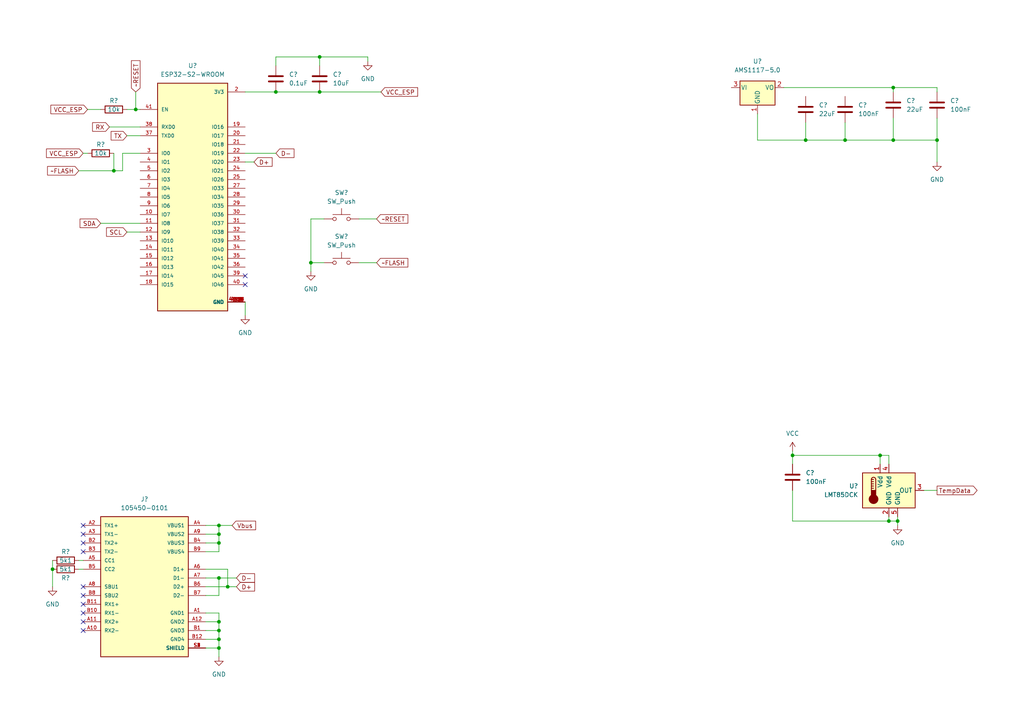
<source format=kicad_sch>
(kicad_sch (version 20211123) (generator eeschema)
  (paper "A4")
  (title_block (title "Helvetes Tallrik") (date "2022-03-01") (rev "v0.1") (company "Open Source Project") (comment 1 "by Chris Halsall. Modified to use a ESP32 as the MCU") (comment 2 "Based on the awesome project of After Earth Ltd"))
  (lib_symbols
    (symbol "105450-0101:105450-0101" (pin_names (offset 1.016))
      (property "Reference" "J" (at -12.7254 20.8534 0))
      (property "Value" "105450-0101" (at -12.7254 -22.9108 0))
      (symbol "105450-0101_0_0"
        (rectangle (start -12.7 -20.32) (end 12.7 20.32) (stroke (width 0.254)) (fill (type background)))
        (pin passive line (at 17.78 -7.62 180) (length 5.08) (name "GND1") (number "A1"))
        (pin passive line (at -17.78 -12.7 0) (length 5.08) (name "RX2-") (number "A10"))
        (pin passive line (at -17.78 -10.16 0) (length 5.08) (name "RX2+") (number "A11"))
        (pin passive line (at 17.78 -10.16 180) (length 5.08) (name "GND2") (number "A12"))
        (pin passive line (at -17.78 17.78 0) (length 5.08) (name "TX1+") (number "A2"))
        (pin passive line (at -17.78 15.24 0) (length 5.08) (name "TX1-") (number "A3"))
        (pin passive line (at 17.78 17.78 180) (length 5.08) (name "VBUS1") (number "A4"))
        (pin passive line (at -17.78 7.62 0) (length 5.08) (name "CC1") (number "A5"))
        (pin passive line (at 17.78 5.08 180) (length 5.08) (name "D1+") (number "A6"))
        (pin passive line (at 17.78 2.54 180) (length 5.08) (name "D1-") (number "A7"))
        (pin passive line (at -17.78 0 0) (length 5.08) (name "SBU1") (number "A8"))
        (pin passive line (at 17.78 15.24 180) (length 5.08) (name "VBUS2") (number "A9"))
        (pin passive line (at 17.78 -12.7 180) (length 5.08) (name "GND3") (number "B1"))
        (pin passive line (at -17.78 -7.62 0) (length 5.08) (name "RX1-") (number "B10"))
        (pin passive line (at -17.78 -5.08 0) (length 5.08) (name "RX1+") (number "B11"))
        (pin passive line (at 17.78 -15.24 180) (length 5.08) (name "GND4") (number "B12"))
        (pin passive line (at -17.78 12.7 0) (length 5.08) (name "TX2+") (number "B2"))
        (pin passive line (at -17.78 10.16 0) (length 5.08) (name "TX2-") (number "B3"))
        (pin passive line (at 17.78 12.7 180) (length 5.08) (name "VBUS3") (number "B4"))
        (pin passive line (at -17.78 5.08 0) (length 5.08) (name "CC2") (number "B5"))
        (pin passive line (at 17.78 0 180) (length 5.08) (name "D2+") (number "B6"))
        (pin passive line (at 17.78 -2.54 180) (length 5.08) (name "D2-") (number "B7"))
        (pin passive line (at -17.78 -2.54 0) (length 5.08) (name "SBU2") (number "B8"))
        (pin passive line (at 17.78 10.16 180) (length 5.08) (name "VBUS4") (number "B9"))
        (pin passive line (at 17.78 -17.78 180) (length 5.08) (name "SHIELD") (number "S1"))
        (pin passive line (at 17.78 -17.78 180) (length 5.08) (name "SHIELD") (number "S2"))
        (pin passive line (at 17.78 -17.78 180) (length 5.08) (name "SHIELD") (number "S3"))
        (pin passive line (at 17.78 -17.78 180) (length 5.08) (name "SHIELD") (number "S4"))
      )
    )
    (symbol "Device:C" (pin_numbers hide) (pin_names (offset 0.254))
      (property "Reference" "C" (at 0.635 2.54 0))
      (property "Value" "C" (at 0.635 -2.54 0))
      (symbol "C_0_1"
        (polyline (pts (xy -2.032 -0.762) (xy 2.032 -0.762)) (stroke (width 0.508)))
        (polyline (pts (xy -2.032 0.762) (xy 2.032 0.762)) (stroke (width 0.508)))
      )
      (symbol "C_1_1"
        (pin passive line (at 0 3.81 270) (length 2.794) (name "~") (number "1"))
        (pin passive line (at 0 -3.81 90) (length 2.794) (name "~") (number "2"))
      )
    )
    (symbol "Device:R" (pin_numbers hide) (pin_names (offset 0))
      (property "Reference" "R" (at 2.032 0 90))
      (property "Value" "R" (at 0 0 90))
      (symbol "R_0_1"
        (rectangle (start -1.016 -2.54) (end 1.016 2.54) (stroke (width 0.254)))
      )
      (symbol "R_1_1"
        (pin passive line (at 0 3.81 270) (length 1.27) (name "~") (number "1"))
        (pin passive line (at 0 -3.81 90) (length 1.27) (name "~") (number "2"))
      )
    )
    (symbol "ESP32-S2-WROOM:ESP32-S2-WROOM" (pin_names (offset 1.016))
      (property "Reference" "U" (at -9.9568 34.1376 0))
      (property "Value" "ESP32-S2-WROOM" (at -10.2108 -35.6616 0))
      (symbol "ESP32-S2-WROOM_0_0"
        (rectangle (start -10.16 -33.02) (end 10.16 33.02) (stroke (width 0.254)) (fill (type background)))
        (pin power_in line (at 15.24 -30.48 180) (length 5.08) (name "GND") (number "1"))
        (pin bidirectional line (at -15.24 -5.08 0) (length 5.08) (name "IO7") (number "10"))
        (pin bidirectional line (at -15.24 -7.62 0) (length 5.08) (name "IO8") (number "11"))
        (pin bidirectional line (at -15.24 -10.16 0) (length 5.08) (name "IO9") (number "12"))
        (pin bidirectional line (at -15.24 -12.7 0) (length 5.08) (name "IO10") (number "13"))
        (pin bidirectional line (at -15.24 -15.24 0) (length 5.08) (name "IO11") (number "14"))
        (pin bidirectional line (at -15.24 -17.78 0) (length 5.08) (name "IO12") (number "15"))
        (pin bidirectional line (at -15.24 -20.32 0) (length 5.08) (name "IO13") (number "16"))
        (pin bidirectional line (at -15.24 -22.86 0) (length 5.08) (name "IO14") (number "17"))
        (pin bidirectional line (at -15.24 -25.4 0) (length 5.08) (name "IO15") (number "18"))
        (pin bidirectional line (at 15.24 20.32 180) (length 5.08) (name "IO16") (number "19"))
        (pin power_in line (at 15.24 30.48 180) (length 5.08) (name "3V3") (number "2"))
        (pin bidirectional line (at 15.24 17.78 180) (length 5.08) (name "IO17") (number "20"))
        (pin bidirectional line (at 15.24 15.24 180) (length 5.08) (name "IO18") (number "21"))
        (pin bidirectional line (at 15.24 12.7 180) (length 5.08) (name "IO19") (number "22"))
        (pin bidirectional line (at 15.24 10.16 180) (length 5.08) (name "IO20") (number "23"))
        (pin bidirectional line (at 15.24 7.62 180) (length 5.08) (name "IO21") (number "24"))
        (pin bidirectional line (at 15.24 5.08 180) (length 5.08) (name "IO26") (number "25"))
        (pin power_in line (at 15.24 -30.48 180) (length 5.08) (name "GND") (number "26"))
        (pin bidirectional line (at 15.24 2.54 180) (length 5.08) (name "IO33") (number "27"))
        (pin bidirectional line (at 15.24 0 180) (length 5.08) (name "IO34") (number "28"))
        (pin bidirectional line (at 15.24 -2.54 180) (length 5.08) (name "IO35") (number "29"))
        (pin bidirectional line (at -15.24 12.7 0) (length 5.08) (name "IO0") (number "3"))
        (pin bidirectional line (at 15.24 -5.08 180) (length 5.08) (name "IO36") (number "30"))
        (pin bidirectional line (at 15.24 -7.62 180) (length 5.08) (name "IO37") (number "31"))
        (pin bidirectional line (at 15.24 -10.16 180) (length 5.08) (name "IO38") (number "32"))
        (pin bidirectional line (at 15.24 -12.7 180) (length 5.08) (name "IO39") (number "33"))
        (pin bidirectional line (at 15.24 -15.24 180) (length 5.08) (name "IO40") (number "34"))
        (pin bidirectional line (at 15.24 -17.78 180) (length 5.08) (name "IO41") (number "35"))
        (pin bidirectional line (at 15.24 -20.32 180) (length 5.08) (name "IO42") (number "36"))
        (pin bidirectional line (at -15.24 17.78 0) (length 5.08) (name "TXD0") (number "37"))
        (pin bidirectional line (at -15.24 20.32 0) (length 5.08) (name "RXD0") (number "38"))
        (pin bidirectional line (at 15.24 -22.86 180) (length 5.08) (name "IO45") (number "39"))
        (pin bidirectional line (at -15.24 10.16 0) (length 5.08) (name "IO1") (number "4"))
        (pin bidirectional line (at 15.24 -25.4 180) (length 5.08) (name "IO46") (number "40"))
        (pin input line (at -15.24 25.4 0) (length 5.08) (name "EN") (number "41"))
        (pin power_in line (at 15.24 -30.48 180) (length 5.08) (name "GND") (number "42"))
        (pin power_in line (at 15.24 -30.48 180) (length 5.08) (name "GND") (number "43.1"))
        (pin power_in line (at 15.24 -30.48 180) (length 5.08) (name "GND") (number "43.10"))
        (pin power_in line (at 15.24 -30.48 180) (length 5.08) (name "GND") (number "43.11"))
        (pin power_in line (at 15.24 -30.48 180) (length 5.08) (name "GND") (number "43.12"))
        (pin power_in line (at 15.24 -30.48 180) (length 5.08) (name "GND") (number "43.13"))
        (pin power_in line (at 15.24 -30.48 180) (length 5.08) (name "GND") (number "43.14"))
        (pin power_in line (at 15.24 -30.48 180) (length 5.08) (name "GND") (number "43.15"))
        (pin power_in line (at 15.24 -30.48 180) (length 5.08) (name "GND") (number "43.16"))
        (pin power_in line (at 15.24 -30.48 180) (length 5.08) (name "GND") (number "43.17"))
        (pin power_in line (at 15.24 -30.48 180) (length 5.08) (name "GND") (number "43.18"))
        (pin power_in line (at 15.24 -30.48 180) (length 5.08) (name "GND") (number "43.19"))
        (pin power_in line (at 15.24 -30.48 180) (length 5.08) (name "GND") (number "43.2"))
        (pin power_in line (at 15.24 -30.48 180) (length 5.08) (name "GND") (number "43.20"))
        (pin power_in line (at 15.24 -30.48 180) (length 5.08) (name "GND") (number "43.21"))
        (pin power_in line (at 15.24 -30.48 180) (length 5.08) (name "GND") (number "43.3"))
        (pin power_in line (at 15.24 -30.48 180) (length 5.08) (name "GND") (number "43.4"))
        (pin power_in line (at 15.24 -30.48 180) (length 5.08) (name "GND") (number "43.5"))
        (pin power_in line (at 15.24 -30.48 180) (length 5.08) (name "GND") (number "43.6"))
        (pin power_in line (at 15.24 -30.48 180) (length 5.08) (name "GND") (number "43.7"))
        (pin power_in line (at 15.24 -30.48 180) (length 5.08) (name "GND") (number "43.8"))
        (pin power_in line (at 15.24 -30.48 180) (length 5.08) (name "GND") (number "43.9"))
        (pin bidirectional line (at -15.24 7.62 0) (length 5.08) (name "IO2") (number "5"))
        (pin bidirectional line (at -15.24 5.08 0) (length 5.08) (name "IO3") (number "6"))
        (pin bidirectional line (at -15.24 2.54 0) (length 5.08) (name "IO4") (number "7"))
        (pin bidirectional line (at -15.24 0 0) (length 5.08) (name "IO5") (number "8"))
        (pin bidirectional line (at -15.24 -2.54 0) (length 5.08) (name "IO6") (number "9"))
      )
    )
    (symbol "Regulator_Linear:AMS1117-5.0" (pin_names (offset 0.254))
      (property "Reference" "U" (at -3.81 3.175 0))
      (property "Value" "AMS1117-5.0" (at 0 3.175 0))
      (symbol "AMS1117-5.0_0_1"
        (rectangle (start -5.08 -5.08) (end 5.08 1.905) (stroke (width 0.254)) (fill (type background)))
      )
      (symbol "AMS1117-5.0_1_1"
        (pin power_in line (at 0 -7.62 90) (length 2.54) (name "GND") (number "1"))
        (pin power_out line (at 7.62 0 180) (length 2.54) (name "VO") (number "2"))
        (pin power_in line (at -7.62 0 0) (length 2.54) (name "VI") (number "3"))
      )
    )
    (symbol "Sensor_Temperature:LMT85DCK" (pin_names (offset 0.762))
      (property "Reference" "U" (at -6.35 6.35 0))
      (property "Value" "LMT85DCK" (at 5.08 6.35 0))
      (symbol "LMT85DCK_0_1"
        (rectangle (start -7.62 5.08) (end 7.62 -5.08) (stroke (width 0.254)) (fill (type background)))
        (circle (center -4.445 -2.54) (radius 1.27) (stroke (width 0.254)) (fill (type outline)))
        (rectangle (start -3.81 -1.905) (end -5.08 0) (stroke (width 0.254)) (fill (type outline)))
        (arc (start -3.81 3.175) (mid -4.445 3.81) (end -5.08 3.175) (stroke (width 0.254)))
        (polyline (pts (xy -5.08 0.635) (xy -4.445 0.635)) (stroke (width 0.254)))
        (polyline (pts (xy -5.08 1.27) (xy -4.445 1.27)) (stroke (width 0.254)))
        (polyline (pts (xy -5.08 1.905) (xy -4.445 1.905)) (stroke (width 0.254)))
        (polyline (pts (xy -5.08 2.54) (xy -4.445 2.54)) (stroke (width 0.254)))
        (polyline (pts (xy -5.08 3.175) (xy -5.08 0)) (stroke (width 0.254)))
        (polyline (pts (xy -5.08 3.175) (xy -4.445 3.175)) (stroke (width 0.254)))
        (polyline (pts (xy -3.81 3.175) (xy -3.81 0)) (stroke (width 0.254)))
      )
      (symbol "LMT85DCK_1_1"
        (pin power_in line (at -2.54 7.62 270) (length 2.54) (name "Vdd") (number "1"))
        (pin power_in line (at 0 -7.62 90) (length 2.54) (name "GND") (number "2"))
        (pin output line (at 10.16 0 180) (length 2.54) (name "OUT") (number "3"))
        (pin power_in line (at 0 7.62 270) (length 2.54) (name "Vdd") (number "4"))
        (pin power_in line (at 2.54 -7.62 90) (length 2.54) (name "GND") (number "5"))
      )
    )
    (symbol "Switch:SW_Push" (pin_numbers hide) (pin_names (offset 1.016) hide)
      (property "Reference" "SW" (at 1.27 2.54 0))
      (property "Value" "SW_Push" (at 0 -1.524 0))
      (symbol "SW_Push_0_1"
        (circle (center -2.032 0) (radius 0.508))
        (polyline (pts (xy 0 1.27) (xy 0 3.048)))
        (polyline (pts (xy 2.54 1.27) (xy -2.54 1.27)))
        (circle (center 2.032 0) (radius 0.508))
        (pin passive line (at -5.08 0 0) (length 2.54) (name "1") (number "1"))
        (pin passive line (at 5.08 0 180) (length 2.54) (name "2") (number "2"))
      )
    )
    (symbol "power:GND" (power) (pin_names (offset 0))
      (property "Value" "GND" (at 0 -3.81 0))
      (symbol "GND_0_1"
        (polyline (pts (xy 0 0) (xy 0 -1.27) (xy 1.27 -1.27) (xy 0 -2.54) (xy -1.27 -1.27) (xy 0 -1.27)))
      )
      (symbol "GND_1_1"
        (pin power_in line (at 0 0 270) (length 0) hide (name "GND") (number "1"))
      )
    )
    (symbol "power:VCC" (power) (pin_names (offset 0))
      (property "Value" "VCC" (at 0 3.81 0))
      (symbol "VCC_0_1"
        (polyline (pts (xy -0.762 1.27) (xy 0 2.54)))
        (polyline (pts (xy 0 0) (xy 0 2.54)))
        (polyline (pts (xy 0 2.54) (xy 0.762 1.27)))
      )
      (symbol "VCC_1_1"
        (pin power_in line (at 0 0 90) (length 0) hide (name "VCC") (number "1"))
      )
    )
  )
  (junction (at 15.24 165.1))
  (junction (at 229.87 132.08))
  (junction (at 66.04 170.18))
  (junction (at 63.5 154.94))
  (junction (at 63.5 187.96))
  (junction (at 260.35 151.13))
  (junction (at 92.71 26.67))
  (junction (at 63.5 157.48))
  (junction (at 92.71 16.51))
  (junction (at 259.08 40.64))
  (junction (at 245.11 40.64))
  (junction (at 33.02 49.53))
  (junction (at 80.01 26.67))
  (junction (at 63.5 152.4))
  (junction (at 63.5 167.64))
  (junction (at 63.5 180.34))
  (junction (at 63.5 182.88))
  (junction (at 257.81 151.13))
  (junction (at 255.27 132.08))
  (junction (at 90.17 76.2))
  (junction (at 39.37 31.75))
  (junction (at 233.68 40.64))
  (junction (at 259.08 25.4))
  (junction (at 63.5 185.42))
  (junction (at 271.78 40.64))
  (no_connect (at 71.12 82.55))
  (no_connect (at 71.12 80.01))
  (no_connect (at 24.13 182.88))
  (no_connect (at 24.13 177.8))
  (no_connect (at 24.13 175.26))
  (no_connect (at 24.13 172.72))
  (no_connect (at 24.13 180.34))
  (no_connect (at 24.13 170.18))
  (no_connect (at 24.13 152.4))
  (no_connect (at 24.13 154.94))
  (no_connect (at 24.13 160.02))
  (no_connect (at 24.13 157.48))
  (wire (pts (xy 35.56 49.53) (xy 35.56 44.45)))
  (wire (pts (xy 63.5 167.64) (xy 68.58 167.64)))
  (wire (pts (xy 80.01 16.51) (xy 92.71 16.51)))
  (wire (pts (xy 229.87 142.24) (xy 229.87 151.13)))
  (wire (pts (xy 39.37 31.75) (xy 40.64 31.75)))
  (wire (pts (xy 259.08 34.29) (xy 259.08 40.64)))
  (wire (pts (xy 25.4 31.75) (xy 29.21 31.75)))
  (wire (pts (xy 233.68 40.64) (xy 245.11 40.64)))
  (wire (pts (xy 71.12 26.67) (xy 80.01 26.67)))
  (wire (pts (xy 106.68 16.51) (xy 106.68 17.78)))
  (wire (pts (xy 35.56 44.45) (xy 40.64 44.45)))
  (wire (pts (xy 63.5 180.34) (xy 63.5 182.88)))
  (wire (pts (xy 92.71 16.51) (xy 92.71 19.05)))
  (wire (pts (xy 92.71 26.67) (xy 110.49 26.67)))
  (wire (pts (xy 59.69 165.1) (xy 66.04 165.1)))
  (wire (pts (xy 59.69 157.48) (xy 63.5 157.48)))
  (wire (pts (xy 22.86 165.1) (xy 24.13 165.1)))
  (wire (pts (xy 229.87 151.13) (xy 257.81 151.13)))
  (wire (pts (xy 104.14 76.2) (xy 109.22 76.2)))
  (wire (pts (xy 63.5 187.96) (xy 63.5 190.5)))
  (wire (pts (xy 59.69 170.18) (xy 66.04 170.18)))
  (wire (pts (xy 33.02 49.53) (xy 35.56 49.53)))
  (wire (pts (xy 63.5 185.42) (xy 63.5 187.96)))
  (wire (pts (xy 255.27 132.08) (xy 255.27 134.62)))
  (wire (pts (xy 90.17 76.2) (xy 90.17 78.74)))
  (wire (pts (xy 39.37 26.67) (xy 39.37 31.75)))
  (wire (pts (xy 271.78 40.64) (xy 271.78 46.99)))
  (wire (pts (xy 59.69 154.94) (xy 63.5 154.94)))
  (wire (pts (xy 24.13 44.45) (xy 25.4 44.45)))
  (wire (pts (xy 59.69 180.34) (xy 63.5 180.34)))
  (wire (pts (xy 229.87 130.81) (xy 229.87 132.08)))
  (wire (pts (xy 227.33 25.4) (xy 259.08 25.4)))
  (wire (pts (xy 259.08 40.64) (xy 271.78 40.64)))
  (wire (pts (xy 63.5 177.8) (xy 63.5 180.34)))
  (wire (pts (xy 259.08 25.4) (xy 259.08 26.67)))
  (wire (pts (xy 63.5 157.48) (xy 63.5 154.94)))
  (wire (pts (xy 66.04 165.1) (xy 66.04 170.18)))
  (wire (pts (xy 63.5 154.94) (xy 63.5 152.4)))
  (wire (pts (xy 22.86 162.56) (xy 24.13 162.56)))
  (wire (pts (xy 71.12 46.99) (xy 73.66 46.99)))
  (wire (pts (xy 29.21 64.77) (xy 40.64 64.77)))
  (wire (pts (xy 59.69 160.02) (xy 63.5 160.02)))
  (wire (pts (xy 71.12 87.63) (xy 71.12 91.44)))
  (wire (pts (xy 66.04 170.18) (xy 68.58 170.18)))
  (wire (pts (xy 257.81 149.86) (xy 257.81 151.13)))
  (wire (pts (xy 63.5 182.88) (xy 63.5 185.42)))
  (wire (pts (xy 33.02 44.45) (xy 33.02 49.53)))
  (wire (pts (xy 59.69 187.96) (xy 63.5 187.96)))
  (wire (pts (xy 271.78 40.64) (xy 271.78 34.29)))
  (wire (pts (xy 92.71 16.51) (xy 106.68 16.51)))
  (wire (pts (xy 255.27 132.08) (xy 257.81 132.08)))
  (wire (pts (xy 63.5 160.02) (xy 63.5 157.48)))
  (wire (pts (xy 90.17 63.5) (xy 90.17 76.2)))
  (wire (pts (xy 80.01 26.67) (xy 92.71 26.67)))
  (wire (pts (xy 63.5 172.72) (xy 63.5 167.64)))
  (wire (pts (xy 260.35 149.86) (xy 260.35 151.13)))
  (wire (pts (xy 36.83 31.75) (xy 39.37 31.75)))
  (wire (pts (xy 59.69 152.4) (xy 63.5 152.4)))
  (wire (pts (xy 63.5 152.4) (xy 67.31 152.4)))
  (wire (pts (xy 260.35 151.13) (xy 260.35 152.4)))
  (wire (pts (xy 229.87 132.08) (xy 255.27 132.08)))
  (wire (pts (xy 36.83 39.37) (xy 40.64 39.37)))
  (wire (pts (xy 104.14 63.5) (xy 109.22 63.5)))
  (wire (pts (xy 267.97 142.24) (xy 271.78 142.24)))
  (wire (pts (xy 15.24 165.1) (xy 15.24 170.18)))
  (wire (pts (xy 229.87 132.08) (xy 229.87 134.62)))
  (wire (pts (xy 245.11 35.56) (xy 245.11 40.64)))
  (wire (pts (xy 59.69 172.72) (xy 63.5 172.72)))
  (wire (pts (xy 59.69 182.88) (xy 63.5 182.88)))
  (wire (pts (xy 36.83 67.31) (xy 40.64 67.31)))
  (wire (pts (xy 93.98 63.5) (xy 90.17 63.5)))
  (wire (pts (xy 71.12 44.45) (xy 80.01 44.45)))
  (wire (pts (xy 245.11 40.64) (xy 259.08 40.64)))
  (wire (pts (xy 219.71 33.02) (xy 219.71 40.64)))
  (wire (pts (xy 257.81 134.62) (xy 257.81 132.08)))
  (wire (pts (xy 233.68 35.56) (xy 233.68 40.64)))
  (wire (pts (xy 257.81 151.13) (xy 260.35 151.13)))
  (wire (pts (xy 59.69 185.42) (xy 63.5 185.42)))
  (wire (pts (xy 80.01 19.05) (xy 80.01 16.51)))
  (wire (pts (xy 271.78 25.4) (xy 271.78 26.67)))
  (wire (pts (xy 219.71 40.64) (xy 233.68 40.64)))
  (wire (pts (xy 259.08 25.4) (xy 271.78 25.4)))
  (wire (pts (xy 22.86 49.53) (xy 33.02 49.53)))
  (wire (pts (xy 93.98 76.2) (xy 90.17 76.2)))
  (wire (pts (xy 31.75 36.83) (xy 40.64 36.83)))
  (wire (pts (xy 15.24 162.56) (xy 15.24 165.1)))
  (wire (pts (xy 59.69 167.64) (xy 63.5 167.64)))
  (wire (pts (xy 59.69 177.8) (xy 63.5 177.8)))
  (global_label "Vbus" (shape input) (at 67.31 152.4 0) (property "Intersheet References" "${INTERSHEET_REFS}" (effects hide)))
  (global_label "~RESET" (shape input) (at 109.22 63.5 0) (property "Intersheet References" "${INTERSHEET_REFS}" (effects hide)))
  (global_label "TX" (shape input) (at 36.83 39.37 180) (property "Intersheet References" "${INTERSHEET_REFS}" (effects hide)))
  (global_label "VCC_ESP" (shape input) (at 110.49 26.67 0) (property "Intersheet References" "${INTERSHEET_REFS}" (effects hide)))
  (global_label "D+" (shape input) (at 73.66 46.99 0) (property "Intersheet References" "${INTERSHEET_REFS}" (effects hide)))
  (global_label "RX" (shape input) (at 31.75 36.83 180) (property "Intersheet References" "${INTERSHEET_REFS}" (effects hide)))
  (global_label "SDA" (shape input) (at 29.21 64.77 180) (property "Intersheet References" "${INTERSHEET_REFS}" (effects hide)))
  (global_label "D-" (shape input) (at 80.01 44.45 0) (property "Intersheet References" "${INTERSHEET_REFS}" (effects hide)))
  (global_label "~FLASH" (shape input) (at 109.22 76.2 0) (property "Intersheet References" "${INTERSHEET_REFS}" (effects hide)))
  (global_label "VCC_ESP" (shape input) (at 25.4 31.75 180) (property "Intersheet References" "${INTERSHEET_REFS}" (effects hide)))
  (global_label "~FLASH" (shape input) (at 22.86 49.53 180) (property "Intersheet References" "${INTERSHEET_REFS}" (effects hide)))
  (global_label "D+" (shape input) (at 68.58 170.18 0) (property "Intersheet References" "${INTERSHEET_REFS}" (effects hide)))
  (global_label "VCC_ESP" (shape input) (at 24.13 44.45 180) (property "Intersheet References" "${INTERSHEET_REFS}" (effects hide)))
  (global_label "TempData" (shape output) (at 271.78 142.24 0) (property "Intersheet References" "${INTERSHEET_REFS}" (effects hide)))
  (global_label "D-" (shape input) (at 68.58 167.64 0) (property "Intersheet References" "${INTERSHEET_REFS}" (effects hide)))
  (global_label "SCL" (shape input) (at 36.83 67.31 180) (property "Intersheet References" "${INTERSHEET_REFS}" (effects hide)))
  (global_label "~RESET" (shape input) (at 39.37 26.67 90) (property "Intersheet References" "${INTERSHEET_REFS}" (effects hide)))
  (symbol (lib_id "Device:C") (at 80.01 22.86 0) (unit 1)
    (property "Reference" "C?" (at 83.82 21.5899 0) (effects (justify left)))
    (property "Value" "0.1uF" (at 83.82 24.1299 0) (effects (justify left)))
  )
  (symbol (lib_id "Sensor_Temperature:LMT85DCK") (at 257.81 142.24 0) (unit 1)
    (property "Reference" "U?" (at 248.92 140.9699 0) (effects (justify right)))
    (property "Value" "LMT85DCK" (at 248.92 143.5099 0) (effects (justify right)))
    (property "Footprint" "Package_TO_SOT_SMD:SOT-353_SC-70-5" (effects hide))
    (property "Datasheet" "http://www.ti.com/lit/ds/symlink/lmt85-q1.pdf" (effects hide))
  )
  (symbol (lib_id "power:GND") (at 106.68 17.78 0) (unit 1)
    (property "Reference" "#PWR?" (effects hide))
    (property "Value" "GND" (at 106.68 22.86 0))
  )
  (symbol (lib_id "Device:C") (at 259.08 30.48 0) (unit 1)
    (property "Reference" "C?" (at 262.89 29.2099 0) (effects (justify left)))
    (property "Value" "22uF" (at 262.89 31.7499 0) (effects (justify left)))
  )
  (symbol (lib_id "power:GND") (at 271.78 46.99 0) (unit 1)
    (property "Reference" "#PWR0101" (effects hide))
    (property "Value" "GND" (at 271.78 52.07 0))
  )
  (symbol (lib_id "Device:R") (at 19.05 162.56 270) (unit 1)
    (property "Reference" "R?" (at 19.05 160.02 90))
    (property "Value" "5k1" (at 19.05 162.56 90))
  )
  (symbol (lib_id "ESP32-S2-WROOM:ESP32-S2-WROOM") (at 55.88 57.15 0) (unit 1)
    (property "Reference" "U?" (at 55.88 19.05 0))
    (property "Value" "ESP32-S2-WROOM" (at 55.88 21.59 0))
    (property "Footprint" "XCVR_ESP32-S2-WROOM" (effects hide))
    (property "MANUFACTURER" "Espressif Systems" (effects hide))
    (property "PARTREV" "V1.0" (effects hide))
    (property "MAXIMUM_PACKAGE_HEIGHT" "3.45mm" (effects hide))
    (property "STANDARD" "Manufacturer Recommendations" (effects hide))
  )
  (symbol (lib_id "105450-0101:105450-0101") (at 41.91 170.18 0) (unit 1)
    (property "Reference" "J?" (at 41.91 144.78 0))
    (property "Value" "105450-0101" (at 41.91 147.32 0))
    (property "Footprint" "MOLEX_105450-0101" (effects hide))
    (property "DESCRIPTION" "USB Shielded I/O Receptacle; Type C; Right Angle; Surface Mount; Gold over Nickel" (effects hide))
    (property "MF" "Molex" (effects hide))
    (property "PRICE" "1.71 USD" (effects hide))
    (property "AVAILABILITY" "Good" (effects hide))
    (property "MP" "105450-0101" (effects hide))
    (property "PACKAGE" "None" (effects hide))
  )
  (symbol (lib_id "power:GND") (at 71.12 91.44 0) (unit 1)
    (property "Reference" "#PWR?" (effects hide))
    (property "Value" "GND" (at 71.12 96.52 0))
  )
  (symbol (lib_id "Switch:SW_Push") (at 99.06 63.5 0) (unit 1)
    (property "Reference" "SW?" (at 99.06 55.88 0))
    (property "Value" "SW_Push" (at 99.06 58.42 0))
  )
  (symbol (lib_id "power:GND") (at 63.5 190.5 0) (unit 1)
    (property "Reference" "#PWR?" (effects hide))
    (property "Value" "GND" (at 63.5 195.58 0))
  )
  (symbol (lib_id "power:GND") (at 15.24 170.18 0) (unit 1)
    (property "Reference" "#PWR?" (effects hide))
    (property "Value" "GND" (at 15.24 175.26 0))
  )
  (symbol (lib_id "Switch:SW_Push") (at 99.06 76.2 0) (unit 1)
    (property "Reference" "SW?" (at 99.06 68.58 0))
    (property "Value" "SW_Push" (at 99.06 71.12 0))
  )
  (symbol (lib_id "Device:C") (at 245.11 31.75 0) (unit 1)
    (property "Reference" "C?" (at 248.92 30.4799 0) (effects (justify left)))
    (property "Value" "100nF" (at 248.92 33.0199 0) (effects (justify left)))
  )
  (symbol (lib_id "Device:R") (at 29.21 44.45 270) (unit 1)
    (property "Reference" "R?" (at 29.21 41.91 90))
    (property "Value" "10k" (at 29.21 44.45 90))
  )
  (symbol (lib_id "Regulator_Linear:AMS1117-5.0") (at 219.71 25.4 0) (unit 1)
    (property "Reference" "U?" (at 219.71 17.78 0))
    (property "Value" "AMS1117-5.0" (at 219.71 20.32 0))
    (property "Footprint" "Package_TO_SOT_SMD:SOT-223-3_TabPin2" (effects hide))
    (property "Datasheet" "http://www.advanced-monolithic.com/pdf/ds1117.pdf" (effects hide))
  )
  (symbol (lib_id "Device:C") (at 229.87 138.43 0) (unit 1)
    (property "Reference" "C?" (at 233.68 137.1599 0) (effects (justify left)))
    (property "Value" "100nF" (at 233.68 139.6999 0) (effects (justify left)))
  )
  (symbol (lib_id "power:GND") (at 90.17 78.74 0) (unit 1)
    (property "Reference" "#PWR?" (effects hide))
    (property "Value" "GND" (at 90.17 83.82 0))
  )
  (symbol (lib_id "power:VCC") (at 229.87 130.81 0) (unit 1)
    (property "Reference" "#PWR0102" (effects hide))
    (property "Value" "VCC" (at 229.87 125.73 0))
  )
  (symbol (lib_id "Device:C") (at 233.68 31.75 0) (unit 1)
    (property "Reference" "C?" (at 237.49 30.4799 0) (effects (justify left)))
    (property "Value" "22uF" (at 237.49 33.0199 0) (effects (justify left)))
  )
  (symbol (lib_id "Device:R") (at 19.05 165.1 270) (unit 1)
    (property "Reference" "R?" (at 19.05 167.64 90))
    (property "Value" "5k1" (at 19.05 165.1 90))
  )
  (symbol (lib_id "Device:C") (at 271.78 30.48 0) (unit 1)
    (property "Reference" "C?" (at 275.59 29.2099 0) (effects (justify left)))
    (property "Value" "100nF" (at 275.59 31.7499 0) (effects (justify left)))
  )
  (symbol (lib_id "power:GND") (at 260.35 152.4 0) (unit 1)
    (property "Reference" "#PWR0103" (effects hide))
    (property "Value" "GND" (at 260.35 157.48 0))
  )
  (symbol (lib_id "Device:R") (at 33.02 31.75 270) (unit 1)
    (property "Reference" "R?" (at 33.02 29.21 90))
    (property "Value" "10k" (at 33.02 31.75 90))
  )
  (symbol (lib_id "Device:C") (at 92.71 22.86 0) (unit 1)
    (property "Reference" "C?" (at 96.52 21.5899 0) (effects (justify left)))
    (property "Value" "10uF" (at 96.52 24.1299 0) (effects (justify left)))
  )
)
</source>
